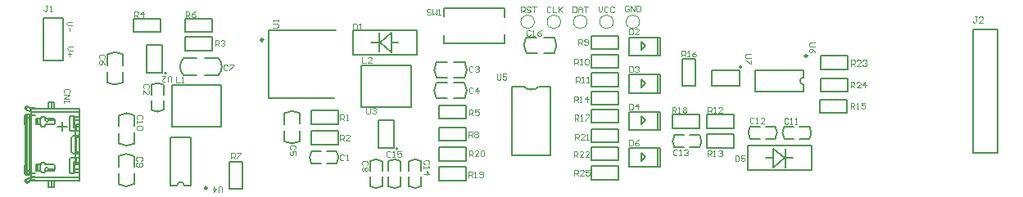
<source format=gto>
%FSLAX25Y25*%
%MOIN*%
G70*
G01*
G75*
G04 Layer_Color=65535*
%ADD10R,0.05118X0.15748*%
%ADD11R,0.03937X0.03150*%
%ADD12R,0.03150X0.03937*%
%ADD13R,0.01969X0.07874*%
%ADD14O,0.01969X0.07874*%
%ADD15R,0.06299X0.05906*%
%ADD16R,0.01575X0.03937*%
%ADD17R,0.03150X0.02559*%
%ADD18R,0.03937X0.04724*%
%ADD19R,0.04724X0.03937*%
%ADD20R,0.07874X0.04134*%
%ADD21R,0.26772X0.25984*%
%ADD22O,0.08500X0.02362*%
%ADD23R,0.08500X0.02362*%
%ADD24R,0.03937X0.01575*%
%ADD25R,0.04724X0.05906*%
%ADD26C,0.04724*%
%ADD27R,0.05118X0.01260*%
%ADD28R,0.05906X0.01378*%
%ADD29P,0.06392X8X22.5*%
G04:AMPARAMS|DCode=30|XSize=39.37mil|YSize=59.06mil|CornerRadius=0mil|HoleSize=0mil|Usage=FLASHONLY|Rotation=180.000|XOffset=0mil|YOffset=0mil|HoleType=Round|Shape=Octagon|*
%AMOCTAGOND30*
4,1,8,0.00984,-0.02953,-0.00984,-0.02953,-0.01969,-0.01969,-0.01969,0.01969,-0.00984,0.02953,0.00984,0.02953,0.01969,0.01969,0.01969,-0.01969,0.00984,-0.02953,0.0*
%
%ADD30OCTAGOND30*%

%ADD31C,0.01181*%
%ADD32C,0.03937*%
%ADD33C,0.03150*%
%ADD34C,0.01969*%
%ADD35C,0.02362*%
%ADD36C,0.00600*%
%ADD37R,0.04764X0.28031*%
%ADD38R,0.04646X0.26732*%
%ADD39R,0.07356X0.27834*%
%ADD40R,0.05236X0.08032*%
%ADD41R,0.07244X0.06654*%
%ADD42C,0.07087*%
%ADD43R,0.05906X0.05906*%
%ADD44C,0.05906*%
%ADD45R,0.05906X0.05906*%
%ADD46O,0.05906X0.07874*%
%ADD47C,0.02559*%
%ADD48C,0.01969*%
%ADD49C,0.00787*%
%ADD50C,0.00984*%
%ADD51C,0.00472*%
%ADD52C,0.00500*%
%ADD53C,0.00709*%
%ADD54C,0.00591*%
%ADD55C,0.00394*%
D49*
X51611Y44998D02*
G03*
X46669Y44998I-2471J-3706D01*
G01*
Y34762D02*
G03*
X51611Y34762I2471J3706D01*
G01*
X312144Y48003D02*
G03*
X312144Y45116I0J-1444D01*
G01*
X304293Y27970D02*
G03*
X304293Y23029I3706J-2471D01*
G01*
X314529D02*
G03*
X314529Y27970I-3706J2471D01*
G01*
X290356Y27976D02*
G03*
X290356Y23035I3706J-2471D01*
G01*
X300592D02*
G03*
X300592Y27976I-3706J2471D01*
G01*
X269828Y19519D02*
G03*
X269828Y24461I-3706J2471D01*
G01*
X259592D02*
G03*
X259592Y19519I3706J-2471D01*
G01*
X286844Y52266D02*
G03*
X286844Y52266I-394J0D01*
G01*
X199143Y64224D02*
G03*
X199304Y57987I5097J-2989D01*
G01*
X210728Y58084D02*
G03*
X210750Y64220I-5038J3087D01*
G01*
X162653Y54124D02*
G03*
X162814Y47887I5097J-2989D01*
G01*
X174238Y47984D02*
G03*
X174260Y54120I-5038J3087D01*
G01*
X151564Y3611D02*
G03*
X156505Y3611I2471J3706D01*
G01*
Y13847D02*
G03*
X151564Y13847I-2471J-3706D01*
G01*
X143178Y3611D02*
G03*
X148120Y3611I2471J3706D01*
G01*
Y13847D02*
G03*
X143178Y13847I-2471J-3706D01*
G01*
X140600D02*
G03*
X135658Y13847I-2471J-3706D01*
G01*
Y3611D02*
G03*
X140600Y3611I2471J3706D01*
G01*
X106944Y33497D02*
G03*
X100707Y33336I-2989J-5097D01*
G01*
X100804Y21913D02*
G03*
X106940Y21890I3087J5038D01*
G01*
X122075Y12883D02*
G03*
X122075Y17824I-3706J2471D01*
G01*
X111839D02*
G03*
X111839Y12883I3706J-2471D01*
G01*
X60041Y3907D02*
G03*
X57154Y3907I-1444J0D01*
G01*
X52815Y49743D02*
G03*
X52815Y49743I-394J0D01*
G01*
X73957Y48975D02*
G03*
X73957Y55865I-3445J3445D01*
G01*
X59783D02*
G03*
X59783Y48975I3445J-3445D01*
G01*
X162682Y45736D02*
G03*
X162660Y39600I5038J-3087D01*
G01*
X174267Y39596D02*
G03*
X174106Y45833I-5097J2989D01*
G01*
X28764Y45907D02*
G03*
X34900Y45884I3087J5038D01*
G01*
X34904Y57491D02*
G03*
X28667Y57330I-2989J-5097D01*
G01*
X39578Y15952D02*
G03*
X33441Y15974I-3087J-5038D01*
G01*
X33437Y4367D02*
G03*
X39674Y4528I2989J5097D01*
G01*
X33534Y21037D02*
G03*
X39670Y21014I3087J5038D01*
G01*
X39674Y32621D02*
G03*
X33437Y32460I-2989J-5097D01*
G01*
X147014Y18946D02*
G03*
X147014Y18946I-394J0D01*
G01*
X198327Y44256D02*
G03*
X204331Y44256I3002J3002D01*
G01*
X46669Y41061D02*
Y44998D01*
X51611Y41061D02*
Y44998D01*
X46669Y34762D02*
Y38699D01*
X51611Y34762D02*
Y38699D01*
X318896Y33550D02*
X329919D01*
Y39062D01*
X318896D02*
X329919D01*
X318896Y33550D02*
Y39062D01*
X319018Y47584D02*
X330041D01*
X319018Y42072D02*
Y47584D01*
Y42072D02*
X330041D01*
Y47584D01*
X319167Y51332D02*
X330191D01*
Y56844D01*
X319167D02*
X330191D01*
X319167Y51332D02*
Y56844D01*
X292459Y42229D02*
X312144D01*
X292459Y50890D02*
X312144D01*
X292459Y42229D02*
Y50890D01*
X312144Y42229D02*
Y45116D01*
Y48003D02*
Y50890D01*
X304293Y23029D02*
X308230D01*
X304293Y27970D02*
X308230D01*
X310592Y23029D02*
X314529D01*
X310592Y27970D02*
X314529D01*
X290356Y23035D02*
X294293D01*
X290356Y27976D02*
X294293D01*
X296655Y23035D02*
X300592D01*
X296655Y27976D02*
X300592D01*
X272848Y24836D02*
X283872D01*
X272848Y19324D02*
Y24836D01*
Y19324D02*
X283872D01*
Y24836D01*
X272848Y27334D02*
X283872D01*
Y32846D01*
X272848D02*
X283872D01*
X272848Y27334D02*
Y32846D01*
X265891Y24461D02*
X269828D01*
X265891Y19519D02*
X269828D01*
X259592Y24461D02*
X263529D01*
X259592Y19519D02*
X263529D01*
X258778Y27394D02*
X269802D01*
Y32906D01*
X258778D02*
X269802D01*
X258778Y27394D02*
Y32906D01*
X268252Y44396D02*
Y55419D01*
X262740D02*
X268252D01*
X262740Y44396D02*
Y55419D01*
Y44396D02*
X268252D01*
X225800Y6382D02*
X236824D01*
Y11893D01*
X225800D02*
X236824D01*
X225800Y6382D02*
Y11893D01*
Y14212D02*
X236824D01*
Y19724D01*
X225800D02*
X236824D01*
X225800Y14212D02*
Y19724D01*
Y21532D02*
X236824D01*
Y27044D01*
X225800D02*
X236824D01*
X225800Y21532D02*
Y27044D01*
Y29432D02*
X236824D01*
Y34944D01*
X225800D02*
X236824D01*
X225800Y29432D02*
Y34944D01*
Y36852D02*
X236824D01*
Y42364D01*
X225800D02*
X236824D01*
X225800Y36852D02*
Y42364D01*
Y44382D02*
X236824D01*
Y49894D01*
X225800D02*
X236824D01*
X225800Y44382D02*
Y49894D01*
Y51802D02*
X236824D01*
Y57314D01*
X225800D02*
X236824D01*
X225800Y51802D02*
Y57314D01*
Y59520D02*
X236824D01*
Y65032D01*
X225800D02*
X236824D01*
X225800Y59520D02*
Y65032D01*
X246187Y13998D02*
X247762Y15573D01*
X246187Y17148D02*
X247762Y15573D01*
X252880Y11636D02*
Y19117D01*
X253668Y11636D02*
Y19117D01*
X241069Y11636D02*
Y19117D01*
X246187Y13998D02*
Y17148D01*
X241069Y11636D02*
X253668D01*
X241069Y19117D02*
X253668D01*
X246187Y28926D02*
X247762Y30501D01*
X246187Y32076D02*
X247762Y30501D01*
X252880Y26564D02*
Y34044D01*
X253668Y26564D02*
Y34044D01*
X241069Y26564D02*
Y34044D01*
X246187Y28926D02*
Y32076D01*
X241069Y26564D02*
X253668D01*
X241069Y34044D02*
X253668D01*
X246187Y44008D02*
X247762Y45583D01*
X246187Y47158D02*
X247762Y45583D01*
X252880Y41646D02*
Y49126D01*
X253668Y41646D02*
Y49126D01*
X241069Y41646D02*
Y49126D01*
X246187Y44008D02*
Y47158D01*
X241069Y41646D02*
X253668D01*
X241069Y49126D02*
X253668D01*
X246187Y59248D02*
X247762Y60823D01*
X246187Y62398D02*
X247762Y60823D01*
X252880Y56886D02*
Y64367D01*
X253668Y56886D02*
Y64367D01*
X241069Y56886D02*
Y64367D01*
X246187Y59248D02*
Y62398D01*
X241069Y56886D02*
X253668D01*
X241069Y64367D02*
X253668D01*
X163850Y27692D02*
X174873D01*
X163850Y22180D02*
Y27692D01*
Y22180D02*
X174873D01*
Y27692D01*
X163850Y13940D02*
X174873D01*
Y19452D01*
X163850D02*
X174873D01*
X163850Y13940D02*
Y19452D01*
Y5930D02*
X174873D01*
Y11442D01*
X163850D02*
X174873D01*
X163850Y5930D02*
Y11442D01*
X156505Y3611D02*
Y7548D01*
X151564Y3611D02*
Y7548D01*
X156505Y9910D02*
Y13847D01*
X151564Y9910D02*
Y13847D01*
X148120Y3611D02*
Y7548D01*
X143178Y3611D02*
Y7548D01*
X148120Y9910D02*
Y13847D01*
X143178Y9910D02*
Y13847D01*
X135658Y9910D02*
Y13847D01*
X140600Y9910D02*
Y13847D01*
X135658Y3611D02*
Y7548D01*
X140600Y3611D02*
Y7548D01*
X111645Y28928D02*
X122669D01*
Y34439D01*
X111645D02*
X122669D01*
X111645Y28928D02*
Y34439D01*
X111641Y20702D02*
X122665D01*
Y26214D01*
X111641D02*
X122665D01*
X111641Y20702D02*
Y26214D01*
X118138Y17824D02*
X122075D01*
X118138Y12883D02*
X122075D01*
X111839Y17824D02*
X115776D01*
X111839Y12883D02*
X115776D01*
X94463Y67080D02*
X121628D01*
X94463Y39520D02*
X121235D01*
X94463D02*
Y67080D01*
X83916Y2592D02*
Y13616D01*
X78404D02*
X83916D01*
X78404Y2592D02*
Y13616D01*
Y2592D02*
X83916D01*
X60041Y3907D02*
X62928D01*
X54267D02*
X57154D01*
X54267Y23593D02*
X62928D01*
Y3907D02*
Y23593D01*
X54267Y3907D02*
Y23593D01*
X68579Y48975D02*
X73957D01*
X68579Y55865D02*
X73957D01*
X59783Y48975D02*
X65161D01*
X59783Y55865D02*
X65161D01*
X60518Y58914D02*
X71542D01*
Y64426D01*
X60518D02*
X71542D01*
X60518Y58914D02*
Y64426D01*
X60478Y71920D02*
X71502D01*
X60478Y66408D02*
Y71920D01*
Y66408D02*
X71502D01*
Y71920D01*
X190563Y62150D02*
Y65497D01*
Y72583D02*
Y75930D01*
X165760Y61953D02*
Y65300D01*
Y72780D02*
Y76127D01*
Y61953D02*
X190563D01*
X165760Y76127D02*
X190563D01*
X2893Y54929D02*
X10767D01*
Y72251D01*
X2893D02*
X10767D01*
X2893Y54929D02*
Y72251D01*
X381160Y17104D02*
X391160D01*
Y17222D02*
Y67576D01*
X381160D02*
X391160D01*
X381160Y17222D02*
Y67576D01*
X50542Y66408D02*
Y71920D01*
X39518Y66408D02*
X50542D01*
X39518D02*
Y71920D01*
X50542D01*
X163850Y31073D02*
Y36585D01*
X174873D01*
Y31073D02*
Y36585D01*
X163850Y31073D02*
X174873D01*
X193266Y16165D02*
Y44256D01*
X209014Y16165D02*
Y44256D01*
X193266Y16165D02*
X209014D01*
X193390Y44256D02*
X198327D01*
X204331D02*
X209014D01*
D50*
X313640Y56796D02*
G03*
X313640Y56796I-492J0D01*
G01*
X92199Y63300D02*
G03*
X92199Y63300I-492J0D01*
G01*
X69326Y2904D02*
G03*
X69326Y2904I-492J0D01*
G01*
D51*
X245422Y70688D02*
G03*
X245422Y70688I-2756J0D01*
G01*
X234707D02*
G03*
X234707Y70688I-2756J0D01*
G01*
X223992D02*
G03*
X223992Y70688I-2756J0D01*
G01*
X213277D02*
G03*
X213277Y70688I-2756J0D01*
G01*
X202562D02*
G03*
X202562Y70688I-2756J0D01*
G01*
D52*
X-2569Y31472D02*
G03*
X-2372Y31669I0J197D01*
G01*
X-2569Y32850D02*
G03*
X-2372Y33047I0J197D01*
G01*
X-3044Y35525D02*
G03*
X-2766Y35410I278J278D01*
G01*
X-3880Y34690D02*
G03*
X-2766Y34228I1114J1114D01*
G01*
X-2372Y9622D02*
G03*
X-2569Y9819I-197J0D01*
G01*
X-2372Y8244D02*
G03*
X-2569Y8441I-197J0D01*
G01*
X-2766Y5882D02*
G03*
X-3044Y5767I0J-394D01*
G01*
X-2766Y7063D02*
G03*
X-3880Y6602I0J-1575D01*
G01*
X13439Y9158D02*
G03*
X13833Y8764I394J0D01*
G01*
X15014D02*
G03*
X15407Y9158I0J394D01*
G01*
X6943Y10044D02*
G03*
X7336Y10437I0J394D01*
G01*
Y12012D02*
G03*
X6943Y12406I-394J0D01*
G01*
X-2309Y8174D02*
G03*
X-2506Y8371I-197J0D01*
G01*
X-2703Y5812D02*
G03*
X-2981Y5696I0J-394D01*
G01*
X3990Y11126D02*
G03*
X3596Y10733I0J-394D01*
G01*
X4777D02*
G03*
X4384Y11126I-394J0D01*
G01*
X1628Y9650D02*
G03*
X2021Y9256I394J0D01*
G01*
X3202D02*
G03*
X3596Y9650I0J394D01*
G01*
Y12800D02*
G03*
X3202Y13193I-394J0D01*
G01*
X2021D02*
G03*
X1628Y12800I0J-394D01*
G01*
X-2703Y6993D02*
G03*
X-3817Y6531I0J-1575D01*
G01*
X13833Y15063D02*
G03*
X13439Y14670I0J-394D01*
G01*
X14226Y17623D02*
G03*
X15014Y16835I787J0D01*
G01*
X-4687Y12178D02*
G03*
X-4672Y12168I5134J8398D01*
G01*
Y28982D02*
G03*
X-4687Y28973I5119J-8407D01*
G01*
X-2506Y32780D02*
G03*
X-2309Y32977I0J197D01*
G01*
X4384Y30024D02*
G03*
X4777Y30418I0J394D01*
G01*
X3596D02*
G03*
X3990Y30024I394J0D01*
G01*
X15407Y31993D02*
G03*
X15014Y32386I-394J0D01*
G01*
X13833D02*
G03*
X13439Y31993I0J-394D01*
G01*
Y26481D02*
G03*
X13833Y26087I394J0D01*
G01*
X1628Y28351D02*
G03*
X2021Y27957I394J0D01*
G01*
X3202D02*
G03*
X3596Y28351I0J394D01*
G01*
X6943Y28745D02*
G03*
X7336Y29138I0J394D01*
G01*
Y30713D02*
G03*
X6943Y31107I-394J0D01*
G01*
X3596Y31501D02*
G03*
X3202Y31894I-394J0D01*
G01*
X2021D02*
G03*
X1628Y31501I0J-394D01*
G01*
X-2981Y35454D02*
G03*
X-2703Y35339I278J278D01*
G01*
X15014Y24315D02*
G03*
X14226Y23528I0J-787D01*
G01*
X-3817Y34619D02*
G03*
X-2703Y34158I1114J1114D01*
G01*
X-4735Y35545D02*
X-3899Y36380D01*
X-4456Y35266D02*
X-3621Y36101D01*
X-4735Y5747D02*
X-3880Y6602D01*
X-3899Y4912D02*
X-3044Y5767D01*
X-2766Y35410D02*
X-404D01*
X-2372Y35224D02*
X-404D01*
X-2766Y34228D02*
X-2372D01*
Y33807D02*
X-404D01*
X-4456Y32850D02*
X-2569D01*
X-2372Y32417D02*
X-404D01*
X-4456Y31472D02*
X-2569D01*
X-4735Y31079D02*
X-3899D01*
X-4735Y10213D02*
X-3899D01*
X-4456Y9819D02*
X-2569D01*
X-2372Y8874D02*
X-404D01*
X-4456Y8441D02*
X-2569D01*
X-2372Y7485D02*
X-404D01*
X-2766Y7063D02*
X-2372D01*
Y6067D02*
X-404D01*
X-2766Y5882D02*
X-404D01*
X-3899Y36380D02*
X-3044Y35525D01*
X-4735Y35545D02*
X-3880Y34690D01*
X-4456Y6025D02*
X-3621Y5190D01*
X-4735Y5747D02*
X-3899Y4912D01*
X-2372Y32417D02*
Y33807D01*
Y5882D02*
Y6067D01*
Y7485D01*
Y8874D01*
Y11216D01*
Y30075D02*
Y32417D01*
Y33807D02*
Y35224D01*
Y35410D01*
X-2569Y34228D02*
Y35410D01*
Y5882D02*
Y7063D01*
X-2766Y8441D02*
Y11330D01*
Y29962D02*
Y32850D01*
X-3044Y29846D02*
Y31472D01*
Y9819D02*
Y11445D01*
X-3880Y31472D02*
Y32850D01*
Y8441D02*
Y9819D01*
X-3899Y29492D02*
Y31079D01*
Y10213D02*
Y11799D01*
X-4735Y29017D02*
Y32457D01*
Y8835D02*
Y12274D01*
X-4671Y5676D02*
X-3836Y4841D01*
X-4393Y5955D02*
X-3558Y5120D01*
X-4671Y35474D02*
X-3817Y34619D01*
X-3836Y36309D02*
X-2981Y35454D01*
X15407Y29771D02*
X15413Y29765D01*
X15346Y31678D02*
X15407Y31624D01*
X-2703Y5812D02*
X17376D01*
X-2703Y6993D02*
X-2309D01*
Y7386D02*
X17376D01*
X-4393Y8371D02*
X-2506D01*
X13833Y8764D02*
X15014D01*
X-4671D02*
X-3836D01*
X15216Y9179D02*
X15407D01*
X2021Y9256D02*
X3202D01*
X15407Y9355D02*
X17376D01*
X15346Y9472D02*
X15407D01*
X3596Y10044D02*
X6943D01*
X-341D02*
X1628D01*
X15407Y10468D02*
X17376D01*
X4777Y10634D02*
X7336D01*
X3990Y11126D02*
X4384D01*
X-341Y12406D02*
X1628D01*
X3596D02*
X6943D01*
X16195Y12417D02*
X17376D01*
X16195Y13095D02*
X17376D01*
X2021Y13193D02*
X3202D01*
X15216Y13489D02*
X15807D01*
X15807Y14276D02*
X16195D01*
X13833Y15063D02*
X17376D01*
X15014Y16835D02*
X17376D01*
X15807Y17032D02*
X16195D01*
Y17623D02*
X17376D01*
X15807Y18213D02*
X16195D01*
X15807Y19001D02*
X16195D01*
X15807Y20182D02*
X16195D01*
X15807Y20969D02*
X16195D01*
X15807Y22150D02*
X16195D01*
X15807Y22938D02*
X16195D01*
Y23528D02*
X17376D01*
X15807Y24119D02*
X16195D01*
X15014Y24315D02*
X17376D01*
X13833Y26087D02*
X17376D01*
X15807Y26875D02*
X16195D01*
X15216Y27662D02*
X15807D01*
X2021Y27957D02*
X3202D01*
X16195Y28056D02*
X17376D01*
X16195Y28734D02*
X17376D01*
X3596Y28745D02*
X6943D01*
X-341D02*
X1628D01*
X3990Y30024D02*
X4384D01*
X4777Y30516D02*
X7336D01*
X15407Y30682D02*
X17376D01*
X-341Y31107D02*
X1628D01*
X3596D02*
X6943D01*
X15346Y31678D02*
X15407D01*
Y31796D02*
X17376D01*
X2021Y31894D02*
X3202D01*
X15216Y31971D02*
X15407D01*
X-4671Y32386D02*
X-3836D01*
X13833D02*
X15014D01*
X-4393Y32780D02*
X-2506D01*
X-2309Y33764D02*
X17376D01*
X-2703Y34158D02*
X-2309D01*
X-2703Y35339D02*
X17376D01*
X15346Y9472D02*
X15407Y9527D01*
Y11379D02*
X15413Y11385D01*
X-3836Y4841D02*
X-2981Y5696D01*
X-4671Y5676D02*
X-3817Y6531D01*
X-4393Y35196D02*
X-3558Y36031D01*
X-4671Y35474D02*
X-3836Y36309D01*
X17381Y6993D02*
Y11126D01*
Y14276D02*
Y15063D01*
Y16245D02*
Y17032D01*
Y18213D02*
Y19001D01*
Y22150D02*
Y22938D01*
Y24119D02*
Y24906D01*
Y26087D02*
Y26875D01*
Y30024D02*
Y34158D01*
Y20182D02*
Y20969D01*
X17376Y5812D02*
Y35339D01*
X16195Y12417D02*
Y15063D01*
Y16835D02*
Y24315D01*
Y26087D02*
Y28734D01*
X15807Y13489D02*
Y15063D01*
X15807Y26087D02*
Y27662D01*
X15807Y16835D02*
Y24315D01*
X15801Y15063D02*
Y16835D01*
Y24315D02*
Y26087D01*
X15413Y27662D02*
Y29765D01*
Y11385D02*
Y13489D01*
X15407Y29771D02*
Y31993D01*
Y9158D02*
Y11379D01*
X15216Y9179D02*
Y13489D01*
Y27662D02*
Y31971D01*
X14226Y17623D02*
Y23528D01*
X13439Y9158D02*
Y14670D01*
Y26481D02*
Y31993D01*
X7336Y29138D02*
Y30713D01*
Y10437D02*
Y12012D01*
X4777Y30418D02*
Y31107D01*
Y10044D02*
Y10733D01*
X3596Y9650D02*
Y10733D01*
Y30418D02*
Y31501D01*
Y28351D02*
Y28745D01*
Y12406D02*
Y12800D01*
X1628Y9650D02*
Y10044D01*
Y12406D02*
Y12800D01*
Y28351D02*
Y28745D01*
Y31107D02*
Y31501D01*
X1431Y28745D02*
Y31107D01*
Y10044D02*
Y12406D01*
X579Y28745D02*
Y31107D01*
Y10044D02*
Y12406D01*
X310Y28745D02*
Y31107D01*
Y10044D02*
Y12406D01*
X-170Y28745D02*
Y31107D01*
Y10044D02*
Y12406D01*
X-341Y10044D02*
Y12406D01*
Y28745D02*
Y31107D01*
X-2309Y33764D02*
Y35339D01*
Y7386D02*
Y33764D01*
Y5812D02*
Y7386D01*
X-2506Y5812D02*
Y6993D01*
Y34158D02*
Y35339D01*
X-2703Y8371D02*
Y32780D01*
X-2981Y8371D02*
Y32780D01*
X-3836Y8764D02*
Y32386D01*
X-4671Y8764D02*
Y32386D01*
X6016Y35339D02*
Y37962D01*
X4835D02*
X6016D01*
X4835Y35599D02*
Y37962D01*
X6016D02*
X7197D01*
Y35339D02*
Y37962D01*
Y3316D02*
Y5812D01*
X6016Y3316D02*
X7197D01*
X4835D02*
Y5678D01*
Y3316D02*
X6016D01*
Y5812D01*
X8599Y27922D02*
X12536D01*
X10567Y26151D02*
Y29891D01*
D53*
X55032Y44918D02*
X75221D01*
Y27918D02*
Y44918D01*
X55032Y27918D02*
Y44918D01*
Y27918D02*
X75221D01*
X286265Y44616D02*
Y50915D01*
X274848D02*
X286265D01*
X274848Y44616D02*
X286265D01*
X274848D02*
Y50915D01*
X199200Y64256D02*
X203572D01*
X206328D02*
X210750D01*
X206378Y57984D02*
X210700D01*
X199300Y58006D02*
X203672D01*
X162710Y54156D02*
X167082D01*
X169838D02*
X174260D01*
X169888Y47884D02*
X174210D01*
X162810Y47906D02*
X167182D01*
X106976Y29068D02*
Y33440D01*
Y21890D02*
Y26312D01*
X100704Y21940D02*
Y26262D01*
X100726Y28968D02*
Y33340D01*
X132157Y35997D02*
X152346D01*
X132157D02*
Y52997D01*
X152346Y35997D02*
Y52997D01*
X132157D02*
X152346D01*
X44772Y49928D02*
X51071D01*
Y61345D01*
X44772Y49928D02*
Y61345D01*
X51071D01*
X169738Y45814D02*
X174110D01*
X162710Y45836D02*
X167032D01*
X162660Y39564D02*
X167082D01*
X169838D02*
X174210D01*
X28686Y52962D02*
Y57334D01*
X28664Y45934D02*
Y50256D01*
X34936Y45884D02*
Y50306D01*
Y53062D02*
Y57434D01*
X39655Y4524D02*
Y8896D01*
X39678Y11602D02*
Y15924D01*
X33405Y11552D02*
Y15974D01*
Y4424D02*
Y8796D01*
X33456Y28092D02*
Y32464D01*
X33434Y21064D02*
Y25386D01*
X39706Y21014D02*
Y25436D01*
Y28192D02*
Y32564D01*
X138970Y19131D02*
X145270D01*
Y30549D01*
X138970Y19131D02*
Y30549D01*
X145270D01*
D54*
X289282Y10196D02*
X315266D01*
X289282D02*
Y20157D01*
X315266D01*
Y10196D02*
Y20157D01*
X304794Y11180D02*
Y18818D01*
X299637Y11259D02*
X304400Y15078D01*
X299637Y11259D02*
Y19054D01*
X304400Y15078D01*
X304794Y15117D02*
X307825D01*
X296841Y15275D02*
X299518D01*
X128808Y67169D02*
X154792D01*
Y57209D02*
Y67169D01*
X128808Y57209D02*
X154792D01*
X128808D02*
Y67169D01*
X139280Y58547D02*
Y66185D01*
X139674Y62287D02*
X144438Y66106D01*
Y58311D02*
Y66106D01*
X139674Y62287D02*
X144438Y58311D01*
X136249Y62248D02*
X139280D01*
X144556Y62091D02*
X147233D01*
D55*
X56772Y48188D02*
Y45827D01*
X58346D01*
X59133D02*
X59920D01*
X59527D01*
Y48188D01*
X59133Y47795D01*
X45314Y43662D02*
X45708Y44056D01*
Y44843D01*
X45314Y45236D01*
X43740D01*
X43347Y44843D01*
Y44056D01*
X43740Y43662D01*
X43347Y41300D02*
Y42875D01*
X44921Y41300D01*
X45314D01*
X45708Y41694D01*
Y42481D01*
X45314Y42875D01*
X125157Y16141D02*
X124763Y16535D01*
X123976D01*
X123583Y16141D01*
Y14567D01*
X123976Y14173D01*
X124763D01*
X125157Y14567D01*
X125944Y14173D02*
X126731D01*
X126338D01*
Y16535D01*
X125944Y16141D01*
X177598Y52243D02*
X177204Y52637D01*
X176417D01*
X176024Y52243D01*
Y50669D01*
X176417Y50276D01*
X177204D01*
X177598Y50669D01*
X178385Y52243D02*
X178779Y52637D01*
X179566D01*
X179959Y52243D01*
Y51850D01*
X179566Y51456D01*
X179172D01*
X179566D01*
X179959Y51063D01*
Y50669D01*
X179566Y50276D01*
X178779D01*
X178385Y50669D01*
X177598Y43503D02*
X177204Y43897D01*
X176417D01*
X176024Y43503D01*
Y41929D01*
X176417Y41535D01*
X177204D01*
X177598Y41929D01*
X179566Y41535D02*
Y43897D01*
X178385Y42716D01*
X179959D01*
X104921Y18701D02*
X105314Y19095D01*
Y19882D01*
X104921Y20276D01*
X103346D01*
X102953Y19882D01*
Y19095D01*
X103346Y18701D01*
X105314Y16340D02*
Y17914D01*
X104133D01*
X104527Y17127D01*
Y16733D01*
X104133Y16340D01*
X103346D01*
X102953Y16733D01*
Y17521D01*
X103346Y17914D01*
X27401Y55630D02*
X27795Y56024D01*
Y56811D01*
X27401Y57205D01*
X25827D01*
X25433Y56811D01*
Y56024D01*
X25827Y55630D01*
X27795Y53269D02*
X27401Y54056D01*
X26614Y54843D01*
X25827D01*
X25433Y54450D01*
Y53663D01*
X25827Y53269D01*
X26220D01*
X26614Y53663D01*
Y54843D01*
X77677Y52710D02*
X77283Y53104D01*
X76496D01*
X76102Y52710D01*
Y51136D01*
X76496Y50742D01*
X77283D01*
X77677Y51136D01*
X78464Y53104D02*
X80038D01*
Y52710D01*
X78464Y51136D01*
Y50742D01*
X134369Y12166D02*
X134763Y12559D01*
Y13347D01*
X134369Y13740D01*
X132795D01*
X132402Y13347D01*
Y12559D01*
X132795Y12166D01*
X134369Y11379D02*
X134763Y10985D01*
Y10198D01*
X134369Y9804D01*
X133976D01*
X133582Y10198D01*
X133189Y9804D01*
X132795D01*
X132402Y10198D01*
Y10985D01*
X132795Y11379D01*
X133189D01*
X133582Y10985D01*
X133976Y11379D01*
X134369D01*
X133582Y10985D02*
Y10198D01*
X42558Y13977D02*
X42952Y14370D01*
Y15158D01*
X42558Y15551D01*
X40984D01*
X40591Y15158D01*
Y14370D01*
X40984Y13977D01*
Y13190D02*
X40591Y12796D01*
Y12009D01*
X40984Y11615D01*
X42558D01*
X42952Y12009D01*
Y12796D01*
X42558Y13190D01*
X42165D01*
X41771Y12796D01*
Y11615D01*
X42676Y30945D02*
X43070Y31339D01*
Y32126D01*
X42676Y32520D01*
X41102D01*
X40709Y32126D01*
Y31339D01*
X41102Y30945D01*
X40709Y30158D02*
Y29371D01*
Y29765D01*
X43070D01*
X42676Y30158D01*
Y28190D02*
X43070Y27797D01*
Y27010D01*
X42676Y26616D01*
X41102D01*
X40709Y27010D01*
Y27797D01*
X41102Y28190D01*
X42676D01*
X305866Y31023D02*
X305472Y31417D01*
X304685D01*
X304291Y31023D01*
Y29449D01*
X304685Y29055D01*
X305472D01*
X305866Y29449D01*
X306653Y29055D02*
X307440D01*
X307046D01*
Y31417D01*
X306653Y31023D01*
X308621Y29055D02*
X309408D01*
X309014D01*
Y31417D01*
X308621Y31023D01*
X291929Y31102D02*
X291535Y31495D01*
X290748D01*
X290354Y31102D01*
Y29527D01*
X290748Y29134D01*
X291535D01*
X291929Y29527D01*
X292716Y29134D02*
X293503D01*
X293109D01*
Y31495D01*
X292716Y31102D01*
X296258Y29134D02*
X294684D01*
X296258Y30708D01*
Y31102D01*
X295864Y31495D01*
X295077D01*
X294684Y31102D01*
X260787Y18149D02*
X260393Y18542D01*
X259606D01*
X259213Y18149D01*
Y16575D01*
X259606Y16181D01*
X260393D01*
X260787Y16575D01*
X261574Y16181D02*
X262361D01*
X261968D01*
Y18542D01*
X261574Y18149D01*
X263542D02*
X263935Y18542D01*
X264723D01*
X265116Y18149D01*
Y17755D01*
X264723Y17362D01*
X264329D01*
X264723D01*
X265116Y16968D01*
Y16575D01*
X264723Y16181D01*
X263935D01*
X263542Y16575D01*
X159527Y12520D02*
X159921Y12914D01*
Y13701D01*
X159527Y14095D01*
X157953D01*
X157559Y13701D01*
Y12914D01*
X157953Y12520D01*
X157559Y11733D02*
Y10946D01*
Y11339D01*
X159921D01*
X159527Y11733D01*
X157559Y8585D02*
X159921D01*
X158740Y9765D01*
Y8191D01*
X144094Y17480D02*
X143700Y17873D01*
X142913D01*
X142520Y17480D01*
Y15905D01*
X142913Y15512D01*
X143700D01*
X144094Y15905D01*
X144881Y15512D02*
X145668D01*
X145275D01*
Y17873D01*
X144881Y17480D01*
X148423Y17873D02*
X146849D01*
Y16692D01*
X147636Y17086D01*
X148030D01*
X148423Y16692D01*
Y15905D01*
X148030Y15512D01*
X147243D01*
X146849Y15905D01*
X201047Y66980D02*
X200654Y67374D01*
X199866D01*
X199473Y66980D01*
Y65406D01*
X199866Y65013D01*
X200654D01*
X201047Y65406D01*
X201834Y65013D02*
X202621D01*
X202228D01*
Y67374D01*
X201834Y66980D01*
X205376Y67374D02*
X204589Y66980D01*
X203802Y66193D01*
Y65406D01*
X204196Y65013D01*
X204983D01*
X205376Y65406D01*
Y65800D01*
X204983Y66193D01*
X203802D01*
X209212Y76535D02*
X208819Y76928D01*
X208031D01*
X207638Y76535D01*
Y74961D01*
X208031Y74567D01*
X208819D01*
X209212Y74961D01*
X209999Y76928D02*
Y74567D01*
X211574D01*
X212361Y76928D02*
Y74567D01*
Y75354D01*
X213935Y76928D01*
X212754Y75748D01*
X213935Y74567D01*
X128858Y69999D02*
Y67638D01*
X130039D01*
X130433Y68031D01*
Y69606D01*
X130039Y69999D01*
X128858D01*
X131220Y67638D02*
X132007D01*
X131613D01*
Y69999D01*
X131220Y69606D01*
X241063Y67952D02*
Y65591D01*
X242244D01*
X242637Y65984D01*
Y67558D01*
X242244Y67952D01*
X241063D01*
X244999Y65591D02*
X243424D01*
X244999Y67165D01*
Y67558D01*
X244605Y67952D01*
X243818D01*
X243424Y67558D01*
X241142Y52440D02*
Y50079D01*
X242322D01*
X242716Y50472D01*
Y52047D01*
X242322Y52440D01*
X241142D01*
X243503Y52047D02*
X243897Y52440D01*
X244684D01*
X245077Y52047D01*
Y51653D01*
X244684Y51259D01*
X244290D01*
X244684D01*
X245077Y50866D01*
Y50472D01*
X244684Y50079D01*
X243897D01*
X243503Y50472D01*
X241063Y37361D02*
Y35000D01*
X242244D01*
X242637Y35394D01*
Y36968D01*
X242244Y37361D01*
X241063D01*
X244605Y35000D02*
Y37361D01*
X243424Y36181D01*
X244999D01*
X284291Y16102D02*
Y13740D01*
X285472D01*
X285866Y14134D01*
Y15708D01*
X285472Y16102D01*
X284291D01*
X288227D02*
X286653D01*
Y14921D01*
X287440Y15314D01*
X287833D01*
X288227Y14921D01*
Y14134D01*
X287833Y13740D01*
X287046D01*
X286653Y14134D01*
X241142Y22519D02*
Y20157D01*
X242322D01*
X242716Y20551D01*
Y22125D01*
X242322Y22519D01*
X241142D01*
X245077D02*
X244290Y22125D01*
X243503Y21338D01*
Y20551D01*
X243897Y20157D01*
X244684D01*
X245077Y20551D01*
Y20945D01*
X244684Y21338D01*
X243503D01*
X218032Y77007D02*
Y74646D01*
X219212D01*
X219606Y75039D01*
Y76613D01*
X219212Y77007D01*
X218032D01*
X220393Y74646D02*
Y76220D01*
X221180Y77007D01*
X221967Y76220D01*
Y74646D01*
Y75826D01*
X220393D01*
X222754Y77007D02*
X224329D01*
X223541D01*
Y74646D01*
X241102Y76771D02*
X240708Y77165D01*
X239921D01*
X239528Y76771D01*
Y75197D01*
X239921Y74803D01*
X240708D01*
X241102Y75197D01*
Y75984D01*
X240315D01*
X241889Y74803D02*
Y77165D01*
X243463Y74803D01*
Y77165D01*
X244250D02*
Y74803D01*
X245431D01*
X245825Y75197D01*
Y76771D01*
X245431Y77165D01*
X244250D01*
X4479Y77378D02*
X3692D01*
X4085D01*
Y75410D01*
X3692Y75017D01*
X3298D01*
X2904Y75410D01*
X5266Y75017D02*
X6053D01*
X5659D01*
Y77378D01*
X5266Y76985D01*
X382702Y72754D02*
X381914D01*
X382308D01*
Y70786D01*
X381914Y70393D01*
X381521D01*
X381127Y70786D01*
X385063Y70393D02*
X383489D01*
X385063Y71967D01*
Y72361D01*
X384669Y72754D01*
X383882D01*
X383489Y72361D01*
X123583Y30512D02*
Y32873D01*
X124763D01*
X125157Y32480D01*
Y31692D01*
X124763Y31299D01*
X123583D01*
X124370D02*
X125157Y30512D01*
X125944D02*
X126731D01*
X126338D01*
Y32873D01*
X125944Y32480D01*
X123504Y22244D02*
Y24606D01*
X124685D01*
X125078Y24212D01*
Y23425D01*
X124685Y23031D01*
X123504D01*
X124291D02*
X125078Y22244D01*
X127440D02*
X125865D01*
X127440Y23818D01*
Y24212D01*
X127046Y24606D01*
X126259D01*
X125865Y24212D01*
X72638Y60787D02*
Y63149D01*
X73818D01*
X74212Y62755D01*
Y61968D01*
X73818Y61575D01*
X72638D01*
X73425D02*
X74212Y60787D01*
X74999Y62755D02*
X75393Y63149D01*
X76180D01*
X76573Y62755D01*
Y62362D01*
X76180Y61968D01*
X75786D01*
X76180D01*
X76573Y61575D01*
Y61181D01*
X76180Y60787D01*
X75393D01*
X74999Y61181D01*
X39724Y72598D02*
Y74960D01*
X40905D01*
X41299Y74566D01*
Y73779D01*
X40905Y73386D01*
X39724D01*
X40512D02*
X41299Y72598D01*
X43267D02*
Y74960D01*
X42086Y73779D01*
X43660D01*
X176024Y32559D02*
Y34920D01*
X177204D01*
X177598Y34527D01*
Y33740D01*
X177204Y33346D01*
X176024D01*
X176811D02*
X177598Y32559D01*
X179959Y34920D02*
X178385D01*
Y33740D01*
X179172Y34133D01*
X179566D01*
X179959Y33740D01*
Y32953D01*
X179566Y32559D01*
X178779D01*
X178385Y32953D01*
X60675Y72561D02*
Y74923D01*
X61856D01*
X62249Y74529D01*
Y73742D01*
X61856Y73348D01*
X60675D01*
X61462D02*
X62249Y72561D01*
X64611Y74923D02*
X63824Y74529D01*
X63037Y73742D01*
Y72955D01*
X63430Y72561D01*
X64217D01*
X64611Y72955D01*
Y73348D01*
X64217Y73742D01*
X63037D01*
X79213Y14764D02*
Y17125D01*
X80393D01*
X80787Y16732D01*
Y15945D01*
X80393Y15551D01*
X79213D01*
X80000D02*
X80787Y14764D01*
X81574Y17125D02*
X83148D01*
Y16732D01*
X81574Y15157D01*
Y14764D01*
X175827Y23661D02*
Y26023D01*
X177007D01*
X177401Y25629D01*
Y24842D01*
X177007Y24449D01*
X175827D01*
X176614D02*
X177401Y23661D01*
X178188Y25629D02*
X178582Y26023D01*
X179369D01*
X179762Y25629D01*
Y25236D01*
X179369Y24842D01*
X179762Y24449D01*
Y24055D01*
X179369Y23661D01*
X178582D01*
X178188Y24055D01*
Y24449D01*
X178582Y24842D01*
X178188Y25236D01*
Y25629D01*
X178582Y24842D02*
X179369D01*
X220566Y61281D02*
Y63642D01*
X221747D01*
X222141Y63248D01*
Y62461D01*
X221747Y62068D01*
X220566D01*
X221354D02*
X222141Y61281D01*
X222928Y61674D02*
X223321Y61281D01*
X224109D01*
X224502Y61674D01*
Y63248D01*
X224109Y63642D01*
X223321D01*
X222928Y63248D01*
Y62855D01*
X223321Y62461D01*
X224502D01*
X218898Y53268D02*
Y55629D01*
X220078D01*
X220472Y55236D01*
Y54448D01*
X220078Y54055D01*
X218898D01*
X219685D02*
X220472Y53268D01*
X221259D02*
X222046D01*
X221653D01*
Y55629D01*
X221259Y55236D01*
X223227D02*
X223621Y55629D01*
X224408D01*
X224801Y55236D01*
Y53661D01*
X224408Y53268D01*
X223621D01*
X223227Y53661D01*
Y55236D01*
X219567Y45827D02*
Y48188D01*
X220748D01*
X221141Y47795D01*
Y47008D01*
X220748Y46614D01*
X219567D01*
X220354D02*
X221141Y45827D01*
X221928D02*
X222715D01*
X222322D01*
Y48188D01*
X221928Y47795D01*
X223896Y45827D02*
X224683D01*
X224290D01*
Y48188D01*
X223896Y47795D01*
X273228Y33583D02*
Y35944D01*
X274409D01*
X274803Y35550D01*
Y34763D01*
X274409Y34370D01*
X273228D01*
X274015D02*
X274803Y33583D01*
X275590D02*
X276377D01*
X275983D01*
Y35944D01*
X275590Y35550D01*
X279132Y33583D02*
X277558D01*
X279132Y35157D01*
Y35550D01*
X278738Y35944D01*
X277951D01*
X277558Y35550D01*
X273031Y15984D02*
Y18346D01*
X274212D01*
X274606Y17952D01*
Y17165D01*
X274212Y16771D01*
X273031D01*
X273819D02*
X274606Y15984D01*
X275393D02*
X276180D01*
X275786D01*
Y18346D01*
X275393Y17952D01*
X277361D02*
X277754Y18346D01*
X278541D01*
X278935Y17952D01*
Y17559D01*
X278541Y17165D01*
X278148D01*
X278541D01*
X278935Y16771D01*
Y16378D01*
X278541Y15984D01*
X277754D01*
X277361Y16378D01*
X218701Y37953D02*
Y40314D01*
X219882D01*
X220275Y39921D01*
Y39134D01*
X219882Y38740D01*
X218701D01*
X219488D02*
X220275Y37953D01*
X221062D02*
X221849D01*
X221456D01*
Y40314D01*
X221062Y39921D01*
X224211Y37953D02*
Y40314D01*
X223030Y39134D01*
X224604D01*
X331339Y35315D02*
Y37676D01*
X332519D01*
X332913Y37283D01*
Y36496D01*
X332519Y36102D01*
X331339D01*
X332126D02*
X332913Y35315D01*
X333700D02*
X334487D01*
X334094D01*
Y37676D01*
X333700Y37283D01*
X337242Y37676D02*
X335668D01*
Y36496D01*
X336455Y36889D01*
X336849D01*
X337242Y36496D01*
Y35708D01*
X336849Y35315D01*
X336062D01*
X335668Y35708D01*
X262559Y56417D02*
Y58779D01*
X263740D01*
X264133Y58385D01*
Y57598D01*
X263740Y57205D01*
X262559D01*
X263346D02*
X264133Y56417D01*
X264920D02*
X265708D01*
X265314D01*
Y58779D01*
X264920Y58385D01*
X268463Y58779D02*
X267675Y58385D01*
X266888Y57598D01*
Y56811D01*
X267282Y56417D01*
X268069D01*
X268463Y56811D01*
Y57205D01*
X268069Y57598D01*
X266888D01*
X219016Y30394D02*
Y32755D01*
X220197D01*
X220590Y32362D01*
Y31574D01*
X220197Y31181D01*
X219016D01*
X219803D02*
X220590Y30394D01*
X221377D02*
X222164D01*
X221771D01*
Y32755D01*
X221377Y32362D01*
X223345Y32755D02*
X224919D01*
Y32362D01*
X223345Y30787D01*
Y30394D01*
X258661Y33701D02*
Y36062D01*
X259842D01*
X260236Y35669D01*
Y34881D01*
X259842Y34488D01*
X258661D01*
X259449D02*
X260236Y33701D01*
X261023D02*
X261810D01*
X261416D01*
Y36062D01*
X261023Y35669D01*
X262991D02*
X263384Y36062D01*
X264171D01*
X264565Y35669D01*
Y35275D01*
X264171Y34881D01*
X264565Y34488D01*
Y34094D01*
X264171Y33701D01*
X263384D01*
X262991Y34094D01*
Y34488D01*
X263384Y34881D01*
X262991Y35275D01*
Y35669D01*
X263384Y34881D02*
X264171D01*
X175827Y7283D02*
Y9645D01*
X177007D01*
X177401Y9251D01*
Y8464D01*
X177007Y8071D01*
X175827D01*
X176614D02*
X177401Y7283D01*
X178188D02*
X178975D01*
X178582D01*
Y9645D01*
X178188Y9251D01*
X180156Y7677D02*
X180550Y7283D01*
X181337D01*
X181730Y7677D01*
Y9251D01*
X181337Y9645D01*
X180550D01*
X180156Y9251D01*
Y8858D01*
X180550Y8464D01*
X181730D01*
X175933Y15845D02*
Y18206D01*
X177114D01*
X177508Y17812D01*
Y17025D01*
X177114Y16632D01*
X175933D01*
X176721D02*
X177508Y15845D01*
X179869D02*
X178295D01*
X179869Y17419D01*
Y17812D01*
X179476Y18206D01*
X178688D01*
X178295Y17812D01*
X180656D02*
X181050Y18206D01*
X181837D01*
X182231Y17812D01*
Y16238D01*
X181837Y15845D01*
X181050D01*
X180656Y16238D01*
Y17812D01*
X219111Y22683D02*
Y25045D01*
X220291D01*
X220685Y24651D01*
Y23864D01*
X220291Y23471D01*
X219111D01*
X219898D02*
X220685Y22683D01*
X223046D02*
X221472D01*
X223046Y24258D01*
Y24651D01*
X222653Y25045D01*
X221866D01*
X221472Y24651D01*
X223834Y22683D02*
X224621D01*
X224227D01*
Y25045D01*
X223834Y24651D01*
X218622Y15512D02*
Y17873D01*
X219803D01*
X220196Y17480D01*
Y16692D01*
X219803Y16299D01*
X218622D01*
X219409D02*
X220196Y15512D01*
X222558D02*
X220984D01*
X222558Y17086D01*
Y17480D01*
X222164Y17873D01*
X221377D01*
X220984Y17480D01*
X224919Y15512D02*
X223345D01*
X224919Y17086D01*
Y17480D01*
X224526Y17873D01*
X223739D01*
X223345Y17480D01*
X331457Y52716D02*
Y55078D01*
X332637D01*
X333031Y54684D01*
Y53897D01*
X332637Y53504D01*
X331457D01*
X332244D02*
X333031Y52716D01*
X335392D02*
X333818D01*
X335392Y54291D01*
Y54684D01*
X334999Y55078D01*
X334212D01*
X333818Y54684D01*
X336180D02*
X336573Y55078D01*
X337360D01*
X337754Y54684D01*
Y54291D01*
X337360Y53897D01*
X336967D01*
X337360D01*
X337754Y53504D01*
Y53110D01*
X337360Y52716D01*
X336573D01*
X336180Y53110D01*
X331339Y43740D02*
Y46102D01*
X332519D01*
X332913Y45708D01*
Y44921D01*
X332519Y44527D01*
X331339D01*
X332126D02*
X332913Y43740D01*
X335274D02*
X333700D01*
X335274Y45314D01*
Y45708D01*
X334881Y46102D01*
X334094D01*
X333700Y45708D01*
X337242Y43740D02*
Y46102D01*
X336062Y44921D01*
X337636D01*
X218701Y8032D02*
Y10393D01*
X219882D01*
X220275Y9999D01*
Y9212D01*
X219882Y8819D01*
X218701D01*
X219488D02*
X220275Y8032D01*
X222637D02*
X221062D01*
X222637Y9606D01*
Y9999D01*
X222243Y10393D01*
X221456D01*
X221062Y9999D01*
X224998Y10393D02*
X223424D01*
Y9212D01*
X224211Y9606D01*
X224604D01*
X224998Y9212D01*
Y8425D01*
X224604Y8032D01*
X223817D01*
X223424Y8425D01*
X197047Y74488D02*
Y76850D01*
X198228D01*
X198621Y76456D01*
Y75669D01*
X198228Y75275D01*
X197047D01*
X197834D02*
X198621Y74488D01*
X200983Y76456D02*
X200589Y76850D01*
X199802D01*
X199409Y76456D01*
Y76063D01*
X199802Y75669D01*
X200589D01*
X200983Y75275D01*
Y74882D01*
X200589Y74488D01*
X199802D01*
X199409Y74882D01*
X201770Y76850D02*
X203344D01*
X202557D01*
Y74488D01*
X160374Y75460D02*
X159980Y75854D01*
X159193D01*
X158800Y75460D01*
Y75067D01*
X159193Y74673D01*
X159980D01*
X160374Y74280D01*
Y73886D01*
X159980Y73493D01*
X159193D01*
X158800Y73886D01*
X161161Y75854D02*
Y73493D01*
X161948Y74280D01*
X162735Y73493D01*
Y75854D01*
X163522Y73493D02*
X164310D01*
X163916D01*
Y75854D01*
X163522Y75460D01*
X54882Y46143D02*
Y48110D01*
X54488Y48504D01*
X53701D01*
X53308Y48110D01*
Y46143D01*
X50946Y48504D02*
X52521D01*
X50946Y46930D01*
Y46536D01*
X51340Y46143D01*
X52127D01*
X52521Y46536D01*
X134089Y35657D02*
Y33689D01*
X134482Y33296D01*
X135269D01*
X135663Y33689D01*
Y35657D01*
X136450Y35264D02*
X136844Y35657D01*
X137631D01*
X138024Y35264D01*
Y34870D01*
X137631Y34477D01*
X137237D01*
X137631D01*
X138024Y34083D01*
Y33689D01*
X137631Y33296D01*
X136844D01*
X136450Y33689D01*
X75551Y1339D02*
Y3307D01*
X75158Y3701D01*
X74370D01*
X73977Y3307D01*
Y1339D01*
X72009Y3701D02*
Y1339D01*
X73190Y2520D01*
X71615D01*
X316850Y62087D02*
X314882D01*
X314488Y61693D01*
Y60906D01*
X314882Y60512D01*
X316850D01*
Y58151D02*
X316456Y58938D01*
X315669Y59725D01*
X314882D01*
X314488Y59332D01*
Y58544D01*
X314882Y58151D01*
X315275D01*
X315669Y58544D01*
Y59725D01*
X290700Y57409D02*
X288732D01*
X288339Y57016D01*
Y56229D01*
X288732Y55835D01*
X290700D01*
Y55048D02*
Y53474D01*
X290307D01*
X288732Y55048D01*
X288339D01*
X228661Y77007D02*
Y75433D01*
X229449Y74646D01*
X230236Y75433D01*
Y77007D01*
X232597Y76613D02*
X232204Y77007D01*
X231416D01*
X231023Y76613D01*
Y75039D01*
X231416Y74646D01*
X232204D01*
X232597Y75039D01*
X234959Y76613D02*
X234565Y77007D01*
X233778D01*
X233384Y76613D01*
Y75039D01*
X233778Y74646D01*
X234565D01*
X234959Y75039D01*
X132362Y56259D02*
Y53898D01*
X133937D01*
X136298D02*
X134724D01*
X136298Y55472D01*
Y55866D01*
X135904Y56259D01*
X135117D01*
X134724Y55866D01*
X96143Y68386D02*
X98110D01*
X98504Y68779D01*
Y69567D01*
X98110Y69960D01*
X96143D01*
X98504Y70747D02*
Y71534D01*
Y71141D01*
X96143D01*
X96536Y70747D01*
X187283Y49422D02*
Y47454D01*
X187677Y47060D01*
X188464D01*
X188857Y47454D01*
Y49422D01*
X191219D02*
X189644D01*
Y48241D01*
X190431Y48635D01*
X190825D01*
X191219Y48241D01*
Y47454D01*
X190825Y47060D01*
X190038D01*
X189644Y47454D01*
X12971Y41645D02*
X13365Y42039D01*
Y42826D01*
X12971Y43220D01*
X11397D01*
X11003Y42826D01*
Y42039D01*
X11397Y41645D01*
X11003Y40858D02*
X13365D01*
X11003Y39284D01*
X13365D01*
X11003Y38497D02*
Y37710D01*
Y38103D01*
X13365D01*
X12971Y38497D01*
X14487Y70669D02*
X12913D01*
X12126Y69882D01*
X12913Y69095D01*
X14487D01*
X13307Y68308D02*
Y66734D01*
X14645Y60551D02*
X13071D01*
X12284Y59764D01*
X13071Y58977D01*
X14645D01*
X13464Y58190D02*
Y56615D01*
X14251Y57403D02*
X12677D01*
M02*

</source>
